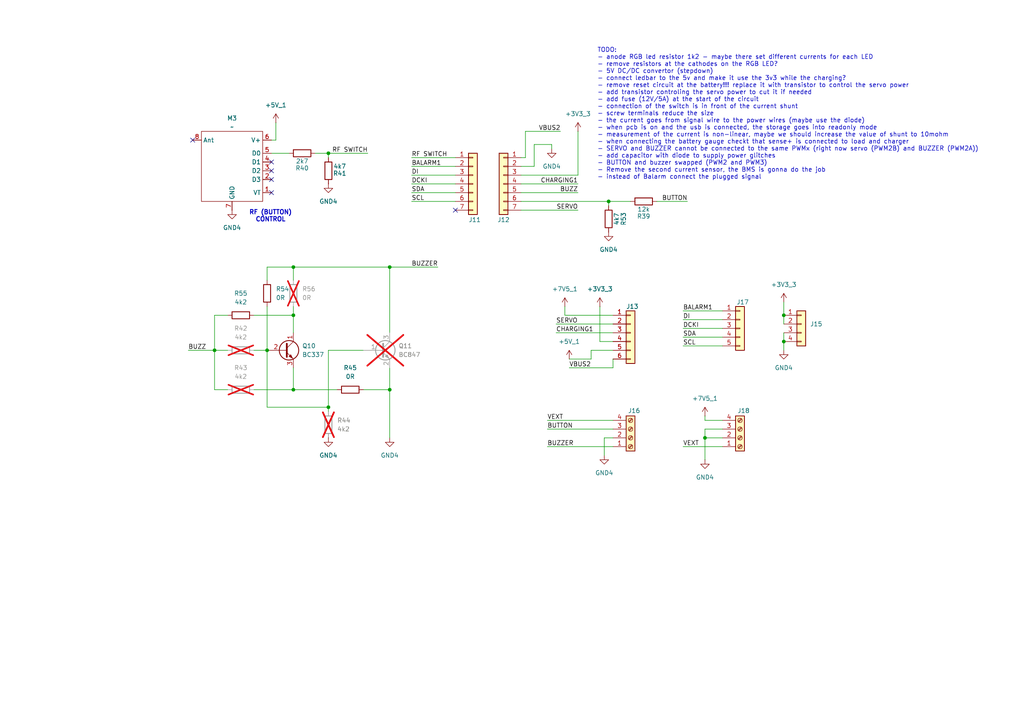
<source format=kicad_sch>
(kicad_sch (version 20250114) (generator "eeschema") (generator_version "9.0")
  (paper "A4")
  (lib_symbols
    (symbol "Connector:Screw_Terminal_01x04" (pin_names (offset 1.016) (hide yes))
      (property "Reference" "J" (at 0 5.08 0))
      (property "Value" "Screw_Terminal_01x04" (at 0 -7.62 0))
      (symbol "Screw_Terminal_01x04_1_1"
        (rectangle (start -1.27 3.81) (end 1.27 -6.35) (stroke (width 0.254)) (fill (type background)))
        (polyline (pts (xy -0.5334 2.8702) (xy 0.3302 2.032)) (stroke (width 0.1524)))
        (polyline (pts (xy -0.5334 0.3302) (xy 0.3302 -0.508)) (stroke (width 0.1524)))
        (polyline (pts (xy -0.5334 -2.2098) (xy 0.3302 -3.048)) (stroke (width 0.1524)))
        (polyline (pts (xy -0.5334 -4.7498) (xy 0.3302 -5.588)) (stroke (width 0.1524)))
        (polyline (pts (xy -0.3556 3.048) (xy 0.508 2.2098)) (stroke (width 0.1524)))
        (polyline (pts (xy -0.3556 0.508) (xy 0.508 -0.3302)) (stroke (width 0.1524)))
        (polyline (pts (xy -0.3556 -2.032) (xy 0.508 -2.8702)) (stroke (width 0.1524)))
        (polyline (pts (xy -0.3556 -4.572) (xy 0.508 -5.4102)) (stroke (width 0.1524)))
        (circle (center 0 2.54) (radius 0.635) (stroke (width 0.1524)))
        (circle (center 0 0) (radius 0.635) (stroke (width 0.1524)))
        (circle (center 0 -2.54) (radius 0.635) (stroke (width 0.1524)))
        (circle (center 0 -5.08) (radius 0.635) (stroke (width 0.1524)))
        (pin passive line (at -5.08 2.54 0) (length 3.81) (name "Pin_1") (number "1"))
        (pin passive line (at -5.08 0 0) (length 3.81) (name "Pin_2") (number "2"))
        (pin passive line (at -5.08 -2.54 0) (length 3.81) (name "Pin_3") (number "3"))
        (pin passive line (at -5.08 -5.08 0) (length 3.81) (name "Pin_4") (number "4"))
      )
    )
    (symbol "Connector_Generic:Conn_01x04" (pin_names (offset 1.016) (hide yes))
      (property "Reference" "J" (at 0 5.08 0))
      (property "Value" "Conn_01x04" (at 0 -7.62 0))
      (symbol "Conn_01x04_1_1"
        (rectangle (start -1.27 3.81) (end 1.27 -6.35) (stroke (width 0.254)) (fill (type background)))
        (rectangle (start -1.27 2.667) (end 0 2.413) (stroke (width 0.1524)))
        (rectangle (start -1.27 0.127) (end 0 -0.127) (stroke (width 0.1524)))
        (rectangle (start -1.27 -2.413) (end 0 -2.667) (stroke (width 0.1524)))
        (rectangle (start -1.27 -4.953) (end 0 -5.207) (stroke (width 0.1524)))
        (pin passive line (at -5.08 2.54 0) (length 3.81) (name "Pin_1") (number "1"))
        (pin passive line (at -5.08 0 0) (length 3.81) (name "Pin_2") (number "2"))
        (pin passive line (at -5.08 -2.54 0) (length 3.81) (name "Pin_3") (number "3"))
        (pin passive line (at -5.08 -5.08 0) (length 3.81) (name "Pin_4") (number "4"))
      )
    )
    (symbol "Connector_Generic:Conn_01x05" (pin_names (offset 1.016) (hide yes))
      (property "Reference" "J" (at 0 7.62 0))
      (property "Value" "Conn_01x05" (at 0 -7.62 0))
      (symbol "Conn_01x05_1_1"
        (rectangle (start -1.27 6.35) (end 1.27 -6.35) (stroke (width 0.254)) (fill (type background)))
        (rectangle (start -1.27 5.207) (end 0 4.953) (stroke (width 0.1524)))
        (rectangle (start -1.27 2.667) (end 0 2.413) (stroke (width 0.1524)))
        (rectangle (start -1.27 0.127) (end 0 -0.127) (stroke (width 0.1524)))
        (rectangle (start -1.27 -2.413) (end 0 -2.667) (stroke (width 0.1524)))
        (rectangle (start -1.27 -4.953) (end 0 -5.207) (stroke (width 0.1524)))
        (pin passive line (at -5.08 5.08 0) (length 3.81) (name "Pin_1") (number "1"))
        (pin passive line (at -5.08 2.54 0) (length 3.81) (name "Pin_2") (number "2"))
        (pin passive line (at -5.08 0 0) (length 3.81) (name "Pin_3") (number "3"))
        (pin passive line (at -5.08 -2.54 0) (length 3.81) (name "Pin_4") (number "4"))
        (pin passive line (at -5.08 -5.08 0) (length 3.81) (name "Pin_5") (number "5"))
      )
    )
    (symbol "Connector_Generic:Conn_01x06" (pin_names (offset 1.016) (hide yes))
      (property "Reference" "J" (at 0 7.62 0))
      (property "Value" "Conn_01x06" (at 0 -10.16 0))
      (symbol "Conn_01x06_1_1"
        (rectangle (start -1.27 6.35) (end 1.27 -8.89) (stroke (width 0.254)) (fill (type background)))
        (rectangle (start -1.27 5.207) (end 0 4.953) (stroke (width 0.1524)))
        (rectangle (start -1.27 2.667) (end 0 2.413) (stroke (width 0.1524)))
        (rectangle (start -1.27 0.127) (end 0 -0.127) (stroke (width 0.1524)))
        (rectangle (start -1.27 -2.413) (end 0 -2.667) (stroke (width 0.1524)))
        (rectangle (start -1.27 -4.953) (end 0 -5.207) (stroke (width 0.1524)))
        (rectangle (start -1.27 -7.493) (end 0 -7.747) (stroke (width 0.1524)))
        (pin passive line (at -5.08 5.08 0) (length 3.81) (name "Pin_1") (number "1"))
        (pin passive line (at -5.08 2.54 0) (length 3.81) (name "Pin_2") (number "2"))
        (pin passive line (at -5.08 0 0) (length 3.81) (name "Pin_3") (number "3"))
        (pin passive line (at -5.08 -2.54 0) (length 3.81) (name "Pin_4") (number "4"))
        (pin passive line (at -5.08 -5.08 0) (length 3.81) (name "Pin_5") (number "5"))
        (pin passive line (at -5.08 -7.62 0) (length 3.81) (name "Pin_6") (number "6"))
      )
    )
    (symbol "Connector_Generic:Conn_01x07" (pin_names (offset 1.016) (hide yes))
      (property "Reference" "J" (at 0 10.16 0))
      (property "Value" "Conn_01x07" (at 0 -10.16 0))
      (symbol "Conn_01x07_1_1"
        (rectangle (start -1.27 8.89) (end 1.27 -8.89) (stroke (width 0.254)) (fill (type background)))
        (rectangle (start -1.27 7.747) (end 0 7.493) (stroke (width 0.1524)))
        (rectangle (start -1.27 5.207) (end 0 4.953) (stroke (width 0.1524)))
        (rectangle (start -1.27 2.667) (end 0 2.413) (stroke (width 0.1524)))
        (rectangle (start -1.27 0.127) (end 0 -0.127) (stroke (width 0.1524)))
        (rectangle (start -1.27 -2.413) (end 0 -2.667) (stroke (width 0.1524)))
        (rectangle (start -1.27 -4.953) (end 0 -5.207) (stroke (width 0.1524)))
        (rectangle (start -1.27 -7.493) (end 0 -7.747) (stroke (width 0.1524)))
        (pin passive line (at -5.08 7.62 0) (length 3.81) (name "Pin_1") (number "1"))
        (pin passive line (at -5.08 5.08 0) (length 3.81) (name "Pin_2") (number "2"))
        (pin passive line (at -5.08 2.54 0) (length 3.81) (name "Pin_3") (number "3"))
        (pin passive line (at -5.08 0 0) (length 3.81) (name "Pin_4") (number "4"))
        (pin passive line (at -5.08 -2.54 0) (length 3.81) (name "Pin_5") (number "5"))
        (pin passive line (at -5.08 -5.08 0) (length 3.81) (name "Pin_6") (number "6"))
        (pin passive line (at -5.08 -7.62 0) (length 3.81) (name "Pin_7") (number "7"))
      )
    )
    (symbol "Device:R" (pin_numbers (hide yes)) (pin_names (offset 0))
      (property "Reference" "R" (at 2.032 0 90))
      (property "Value" "R" (at 0 0 90))
      (symbol "R_0_1"
        (rectangle (start -1.016 -2.54) (end 1.016 2.54) (stroke (width 0.254)))
      )
      (symbol "R_1_1"
        (pin passive line (at 0 3.81 270) (length 1.27) (name "~") (number "1"))
        (pin passive line (at 0 -3.81 90) (length 1.27) (name "~") (number "2"))
      )
    )
    (symbol "RF_controller_1"
      (property "Reference" "M" (at 0 0 0))
      (symbol "RF_controller_1_0_1"
        (rectangle (start -8.89 10.16) (end 8.89 -10.16))
      )
      (symbol "RF_controller_1_1_1"
        (pin input line (at -11.43 7.62 0) (length 2.54) (name "Ant") (number "8"))
        (pin passive line (at 0 -12.7 90) (length 2.54) (name "GND") (number "7"))
        (pin passive line (at 11.43 7.62 180) (length 2.54) (name "V+") (number "6"))
        (pin passive line (at 11.43 3.81 180) (length 2.54) (name "D0") (number "5"))
        (pin passive line (at 11.43 1.27 180) (length 2.54) (name "D1") (number "4"))
        (pin passive line (at 11.43 -1.27 180) (length 2.54) (name "D2") (number "3"))
        (pin passive line (at 11.43 -3.81 180) (length 2.54) (name "D3") (number "2"))
        (pin passive line (at 11.43 -7.62 180) (length 2.54) (name "VT") (number "1"))
      )
    )
    (symbol "Transistor_BJT:BC337" (pin_names (offset 0) (hide yes))
      (property "Reference" "Q" (at 5.08 1.905 0))
      (property "Value" "BC337" (at 5.08 0 0))
      (symbol "BC337_0_1"
        (polyline (pts (xy 0 0) (xy 0.635 0)))
        (polyline (pts (xy 0.635 1.905) (xy 0.635 -1.905) (xy 0.635 -1.905)) (stroke (width 0.508)))
        (polyline (pts (xy 0.635 0.635) (xy 2.54 2.54)))
        (polyline (pts (xy 0.635 -0.635) (xy 2.54 -2.54) (xy 2.54 -2.54)))
        (circle (center 1.27 0) (radius 2.8194) (stroke (width 0.254)))
        (polyline (pts (xy 1.27 -1.778) (xy 1.778 -1.27) (xy 2.286 -2.286) (xy 1.27 -1.778) (xy 1.27 -1.778)) (fill (type outline)))
      )
      (symbol "BC337_1_1"
        (pin input line (at -5.08 0 0) (length 5.08) (name "B") (number "2"))
        (pin passive line (at 2.54 5.08 270) (length 2.54) (name "C") (number "1"))
        (pin passive line (at 2.54 -5.08 90) (length 2.54) (name "E") (number "3"))
      )
    )
    (symbol "Transistor_BJT:BC847" (pin_names (offset 0) (hide yes))
      (property "Reference" "Q" (at 5.08 1.905 0))
      (property "Value" "BC847" (at 5.08 0 0))
      (symbol "BC847_0_1"
        (polyline (pts (xy 0.635 1.905) (xy 0.635 -1.905) (xy 0.635 -1.905)) (stroke (width 0.508)))
        (polyline (pts (xy 0.635 0.635) (xy 2.54 2.54)))
        (polyline (pts (xy 0.635 -0.635) (xy 2.54 -2.54) (xy 2.54 -2.54)))
        (circle (center 1.27 0) (radius 2.8194) (stroke (width 0.254)))
        (polyline (pts (xy 1.27 -1.778) (xy 1.778 -1.27) (xy 2.286 -2.286) (xy 1.27 -1.778) (xy 1.27 -1.778)) (fill (type outline)))
      )
      (symbol "BC847_1_1"
        (pin input line (at -5.08 0 0) (length 5.715) (name "B") (number "1"))
        (pin passive line (at 2.54 5.08 270) (length 2.54) (name "C") (number "3"))
        (pin passive line (at 2.54 -5.08 90) (length 2.54) (name "E") (number "2"))
      )
    )
    (symbol "power:+3V3" (power) (pin_numbers (hide yes)) (pin_names (offset 0) (hide yes))
      (property "Value" "+3V3" (at 0 3.556 0))
      (symbol "+3V3_0_1"
        (polyline (pts (xy -0.762 1.27) (xy 0 2.54)))
        (polyline (pts (xy 0 2.54) (xy 0.762 1.27)))
        (polyline (pts (xy 0 0) (xy 0 2.54)))
      )
      (symbol "+3V3_1_1"
        (pin power_in line (at 0 0 90) (length 0) (name "~") (number "1"))
      )
    )
    (symbol "power:+5V" (power) (pin_numbers (hide yes)) (pin_names (offset 0) (hide yes))
      (property "Value" "+5V" (at 0 3.556 0))
      (symbol "+5V_0_1"
        (polyline (pts (xy -0.762 1.27) (xy 0 2.54)))
        (polyline (pts (xy 0 2.54) (xy 0.762 1.27)))
        (polyline (pts (xy 0 0) (xy 0 2.54)))
      )
      (symbol "+5V_1_1"
        (pin power_in line (at 0 0 90) (length 0) (name "~") (number "1"))
      )
    )
    (symbol "power:GND" (power) (pin_numbers (hide yes)) (pin_names (offset 0) (hide yes))
      (property "Value" "GND" (at 0 -3.81 0))
      (symbol "GND_0_1"
        (polyline (pts (xy 0 0) (xy 0 -1.27) (xy 1.27 -1.27) (xy 0 -2.54) (xy -1.27 -1.27) (xy 0 -1.27)))
      )
      (symbol "GND_1_1"
        (pin power_in line (at 0 0 270) (length 0) (name "~") (number "1"))
      )
    )
  )
  (text "RF (BUTTON)\nCONTROL\n" (at 78.486 62.738 0) (effects (font (size 1.27 1.27) (thickness 0.254) (bold yes))))
  (text "TODO: \n- anode RGB led resistor 1k2 - maybe there set different currents for each LED\n- remove resistors at the cathodes on the RGB LED?\n- 5V DC/DC convertor (stepdown)\n- connect ledbar to the 5v and make it use the 3v3 while the charging?\n- remove reset circuit at the battery!!! replace it with transistor to control the servo power\n- add transistor controling the servo power to cut it if needed\n- add fuse (12V/5A) at the start of the circuit\n- connection of the switch is in front of the current shunt\n- screw terminals reduce the size\n- the current goes from signal wire to the power wires (maybe use the diode)\n- when pcb is on and the usb is connected, the storage goes into readonly mode\n- measurement of the current is non-linear, maybe we should increase the value of shunt to 10mohm\n- when connecting the battery gauge checkt that sense+ is connected to load and charger\n- SERVO and BUZZER cannot be connected to the same PWMx (right now servo (PWM2B) and BUZZER (PWM2A))\n- add capacitor with diode to supply power glitches\n- BUTTON and buzzer swapped (PWM2 and PWM3)\n- Remove the second current sensor, the BMS is gonna do the job\n- instead of Balarm connect the plugged signal\n" (at 173.228 33.02 0) (effects (font (size 1.27 1.27)) (justify left)))
  (junction (at 85.09 91.44))
  (junction (at 95.25 44.45))
  (junction (at 77.47 101.6))
  (junction (at 62.23 101.6))
  (junction (at 227.33 99.06))
  (junction (at 85.09 77.47))
  (junction (at 113.03 113.03))
  (junction (at 227.33 91.44))
  (junction (at 204.47 127))
  (junction (at 85.09 113.03))
  (junction (at 113.03 77.47))
  (junction (at 176.53 58.42))
  (junction (at 95.25 118.11))
  (no_connect (at 78.74 49.53))
  (no_connect (at 132.08 60.96))
  (no_connect (at 78.74 52.07))
  (no_connect (at 55.88 40.64))
  (no_connect (at 78.74 55.88))
  (no_connect (at 78.74 46.99))
  (wire (pts (xy 198.12 95.25) (xy 209.55 95.25)))
  (wire (pts (xy 171.45 104.14) (xy 171.45 101.6)))
  (wire (pts (xy 113.03 106.68) (xy 113.03 113.03)))
  (wire (pts (xy 158.75 124.46) (xy 177.8 124.46)))
  (wire (pts (xy 62.23 113.03) (xy 62.23 101.6)))
  (wire (pts (xy 176.53 58.42) (xy 176.53 59.69)))
  (wire (pts (xy 113.03 77.47) (xy 113.03 96.52)))
  (wire (pts (xy 113.03 77.47) (xy 127 77.47)))
  (wire (pts (xy 167.64 50.8) (xy 151.13 50.8)))
  (wire (pts (xy 95.25 101.6) (xy 95.25 118.11)))
  (wire (pts (xy 85.09 106.68) (xy 85.09 113.03)))
  (wire (pts (xy 151.13 55.88) (xy 167.64 55.88)))
  (wire (pts (xy 85.09 77.47) (xy 85.09 81.28)))
  (wire (pts (xy 80.01 35.56) (xy 80.01 40.64)))
  (wire (pts (xy 198.12 100.33) (xy 209.55 100.33)))
  (wire (pts (xy 161.29 96.52) (xy 177.8 96.52)))
  (wire (pts (xy 95.25 44.45) (xy 106.68 44.45)))
  (wire (pts (xy 119.38 53.34) (xy 132.08 53.34)))
  (wire (pts (xy 160.02 41.91) (xy 160.02 43.18)))
  (wire (pts (xy 173.99 88.9) (xy 173.99 99.06)))
  (wire (pts (xy 204.47 124.46) (xy 204.47 127)))
  (wire (pts (xy 204.47 127) (xy 209.55 127)))
  (wire (pts (xy 177.8 106.68) (xy 177.8 104.14)))
  (wire (pts (xy 77.47 118.11) (xy 77.47 101.6)))
  (wire (pts (xy 73.66 101.6) (xy 77.47 101.6)))
  (wire (pts (xy 119.38 58.42) (xy 132.08 58.42)))
  (wire (pts (xy 151.13 58.42) (xy 176.53 58.42)))
  (wire (pts (xy 54.61 101.6) (xy 62.23 101.6)))
  (wire (pts (xy 85.09 91.44) (xy 85.09 96.52)))
  (wire (pts (xy 163.83 91.44) (xy 177.8 91.44)))
  (wire (pts (xy 83.82 44.45) (xy 78.74 44.45)))
  (wire (pts (xy 165.1 106.68) (xy 177.8 106.68)))
  (wire (pts (xy 77.47 81.28) (xy 77.47 77.47)))
  (wire (pts (xy 152.4 45.72) (xy 151.13 45.72)))
  (wire (pts (xy 176.53 58.42) (xy 182.88 58.42)))
  (wire (pts (xy 73.66 113.03) (xy 85.09 113.03)))
  (wire (pts (xy 119.38 50.8) (xy 132.08 50.8)))
  (wire (pts (xy 198.12 97.79) (xy 209.55 97.79)))
  (wire (pts (xy 154.94 48.26) (xy 154.94 41.91)))
  (wire (pts (xy 119.38 55.88) (xy 132.08 55.88)))
  (wire (pts (xy 66.04 113.03) (xy 62.23 113.03)))
  (wire (pts (xy 173.99 99.06) (xy 177.8 99.06)))
  (wire (pts (xy 204.47 127) (xy 204.47 133.35)))
  (wire (pts (xy 151.13 60.96) (xy 167.64 60.96)))
  (wire (pts (xy 62.23 91.44) (xy 62.23 101.6)))
  (wire (pts (xy 80.01 40.64) (xy 78.74 40.64)))
  (wire (pts (xy 85.09 88.9) (xy 85.09 91.44)))
  (wire (pts (xy 151.13 48.26) (xy 154.94 48.26)))
  (wire (pts (xy 163.83 88.9) (xy 163.83 91.44)))
  (wire (pts (xy 85.09 113.03) (xy 97.79 113.03)))
  (wire (pts (xy 113.03 113.03) (xy 113.03 127)))
  (wire (pts (xy 158.75 129.54) (xy 177.8 129.54)))
  (wire (pts (xy 77.47 77.47) (xy 85.09 77.47)))
  (wire (pts (xy 154.94 41.91) (xy 160.02 41.91)))
  (wire (pts (xy 66.04 91.44) (xy 62.23 91.44)))
  (wire (pts (xy 152.4 38.1) (xy 152.4 45.72)))
  (wire (pts (xy 227.33 91.44) (xy 227.33 93.98)))
  (wire (pts (xy 175.26 127) (xy 177.8 127)))
  (wire (pts (xy 158.75 121.92) (xy 177.8 121.92)))
  (wire (pts (xy 105.41 113.03) (xy 113.03 113.03)))
  (wire (pts (xy 73.66 91.44) (xy 85.09 91.44)))
  (wire (pts (xy 227.33 99.06) (xy 227.33 101.6)))
  (wire (pts (xy 152.4 38.1) (xy 162.56 38.1)))
  (wire (pts (xy 85.09 77.47) (xy 113.03 77.47)))
  (wire (pts (xy 204.47 120.65) (xy 204.47 121.92)))
  (wire (pts (xy 227.33 96.52) (xy 227.33 99.06)))
  (wire (pts (xy 175.26 132.08) (xy 175.26 127)))
  (wire (pts (xy 198.12 129.54) (xy 209.55 129.54)))
  (wire (pts (xy 119.38 48.26) (xy 132.08 48.26)))
  (wire (pts (xy 119.38 45.72) (xy 132.08 45.72)))
  (wire (pts (xy 204.47 121.92) (xy 209.55 121.92)))
  (wire (pts (xy 167.64 38.1) (xy 167.64 50.8)))
  (wire (pts (xy 66.04 101.6) (xy 62.23 101.6)))
  (wire (pts (xy 209.55 124.46) (xy 204.47 124.46)))
  (wire (pts (xy 77.47 88.9) (xy 77.47 101.6)))
  (wire (pts (xy 95.25 45.72) (xy 95.25 44.45)))
  (wire (pts (xy 198.12 92.71) (xy 209.55 92.71)))
  (wire (pts (xy 95.25 44.45) (xy 91.44 44.45)))
  (wire (pts (xy 95.25 101.6) (xy 105.41 101.6)))
  (wire (pts (xy 190.5 58.42) (xy 199.39 58.42)))
  (wire (pts (xy 151.13 53.34) (xy 167.64 53.34)))
  (wire (pts (xy 198.12 90.17) (xy 209.55 90.17)))
  (wire (pts (xy 95.25 118.11) (xy 95.25 119.38)))
  (wire (pts (xy 165.1 104.14) (xy 171.45 104.14)))
  (wire (pts (xy 77.47 118.11) (xy 95.25 118.11)))
  (wire (pts (xy 171.45 101.6) (xy 177.8 101.6)))
  (wire (pts (xy 161.29 93.98) (xy 177.8 93.98)))
  (wire (pts (xy 227.33 87.63) (xy 227.33 91.44)))
  (label "BUTTON" (at 158.75 124.46 0))
  (label "SCL" (at 198.12 100.33 0))
  (label "RF SWITCH" (at 119.38 45.72 0))
  (label "BUZZER" (at 158.75 129.54 0))
  (label "CHARGING1" (at 167.64 53.34 180))
  (label "CHARGING1" (at 161.29 96.52 0))
  (label "BALARM1" (at 119.38 48.26 0))
  (label "SERVO" (at 167.64 60.96 180))
  (label "VEXT" (at 198.12 129.54 0))
  (label "VEXT" (at 158.75 121.92 0))
  (label "VBUS2" (at 165.1 106.68 0))
  (label "SDA" (at 198.12 97.79 0))
  (label "RF SWITCH" (at 106.68 44.45 180))
  (label "DI" (at 198.12 92.71 0))
  (label "BUZZ" (at 54.61 101.6 0))
  (label "DI" (at 119.38 50.8 0))
  (label "DCKI" (at 198.12 95.25 0))
  (label "SDA" (at 119.38 55.88 0))
  (label "SERVO" (at 161.29 93.98 0))
  (label "DCKI" (at 119.38 53.34 0))
  (label "BUZZ" (at 167.64 55.88 180))
  (label "SCL" (at 119.38 58.42 0))
  (label "BALARM1" (at 198.12 90.17 0))
  (label "BUTTON" (at 199.39 58.42 180))
  (label "VBUS2" (at 162.56 38.1 180))
  (label "BUZZER" (at 127 77.47 180))
  (symbol (lib_id "power:+3V3") (at 163.83 88.9 0) (unit 1)
    (property "Reference" "#PWR060" (effects (hide yes)))
    (property "Value" "+7V5_1" (at 163.83 83.82 0))
    (property "Description" "Power symbol creates a global label with name \"+3V3\"" (effects (hide yes)))
  )
  (symbol (lib_id "power:GND") (at 175.26 132.08 0) (unit 1)
    (property "Reference" "#PWR056" (effects (hide yes)))
    (property "Value" "GND4" (at 175.26 137.16 0))
    (property "Description" "Power symbol creates a global label with name \"GND\" , ground" (effects (hide yes)))
  )
  (symbol (lib_id "Device:R") (at 69.85 113.03 90) (unit 1) (dnp yes)
    (property "Reference" "R43" (at 69.85 106.68 90))
    (property "Value" "4k2" (at 69.85 109.22 90))
    (property "Footprint" "Resistor_SMD:R_0805_2012Metric_Pad1.20x1.40mm_HandSolder" (effects (hide yes)))
    (property "Description" "Resistor" (effects (hide yes)))
  )
  (symbol (lib_id "Connector_Generic:Conn_01x06") (at 182.88 96.52 0) (unit 1)
    (property "Reference" "J13" (at 181.61 88.9 0) (effects (justify left)))
    (property "Value" "Conn_01x06" (effects (hide yes)))
    (property "Footprint" "Connector_PinHeader_2.54mm:PinHeader_1x06_P2.54mm_Vertical_SMD_Pin1Left" (effects (hide yes)))
    (property "Description" "Generic connector, single row, 01x06, script generated (kicad-library-utils/schlib/autogen/connector/)" (effects (hide yes)))
  )
  (symbol (lib_id "Device:R") (at 186.69 58.42 270) (mirror x) (unit 1)
    (property "Reference" "R39" (at 186.69 62.738 90))
    (property "Value" "12k" (at 186.69 60.706 90))
    (property "Footprint" "Resistor_SMD:R_0805_2012Metric_Pad1.20x1.40mm_HandSolder" (effects (hide yes)))
    (property "Description" "Resistor" (effects (hide yes)))
  )
  (symbol (lib_id "power:GND") (at 204.47 133.35 0) (unit 1)
    (property "Reference" "#PWR054" (effects (hide yes)))
    (property "Value" "GND4" (at 204.47 138.43 0))
    (property "Description" "Power symbol creates a global label with name \"GND\" , ground" (effects (hide yes)))
  )
  (symbol (lib_id "Connector:Screw_Terminal_01x04") (at 214.63 127 0) (mirror x) (unit 1)
    (property "Reference" "J18" (at 213.868 119.126 0) (effects (justify left)))
    (property "Value" "Screw_Terminal_01x04" (effects (hide yes)))
    (property "Footprint" "TerminalBlock_Phoenix:TerminalBlock_Phoenix_MPT-0,5-4-2.54_1x04_P2.54mm_Horizontal" (effects (hide yes)))
    (property "Description" "Generic screw terminal, single row, 01x04, script generated (kicad-library-utils/schlib/autogen/connector/)" (effects (hide yes)))
  )
  (symbol (lib_id "power:GND") (at 67.31 60.96 0) (unit 1)
    (property "Reference" "#PWR040" (effects (hide yes)))
    (property "Value" "GND4" (at 67.31 66.04 0))
    (property "Description" "Power symbol creates a global label with name \"GND\" , ground" (effects (hide yes)))
  )
  (symbol (lib_id "Device:R") (at 95.25 49.53 0) (mirror x) (unit 1)
    (property "Reference" "R41" (at 98.552 50.292 0))
    (property "Value" "4k7" (at 98.552 48.26 0))
    (property "Footprint" "Resistor_SMD:R_0805_2012Metric_Pad1.20x1.40mm_HandSolder" (effects (hide yes)))
    (property "Description" "Resistor" (effects (hide yes)))
  )
  (symbol (lib_id "Connector_Generic:Conn_01x07") (at 146.05 53.34 0) (mirror y) (unit 1)
    (property "Reference" "J12" (at 146.05 63.754 0))
    (property "Value" "Conn_01x07" (effects (hide yes)))
    (property "Footprint" "Connector_PinSocket_2.54mm:PinSocket_1x07_P2.54mm_Vertical_SMD_Pin1Left" (effects (hide yes)))
    (property "Description" "Generic connector, single row, 01x07, script generated (kicad-library-utils/schlib/autogen/connector/)" (effects (hide yes)))
  )
  (symbol (lib_id "power:GND") (at 95.25 53.34 0) (unit 1)
    (property "Reference" "#PWR042" (effects (hide yes)))
    (property "Value" "GND4" (at 95.25 58.42 0))
    (property "Description" "Power symbol creates a global label with name \"GND\" , ground" (effects (hide yes)))
  )
  (symbol (lib_id "Connector_Generic:Conn_01x04") (at 232.41 93.98 0) (unit 1)
    (property "Reference" "J15" (at 234.95 93.9799 0) (effects (justify left)))
    (property "Value" "Conn_01x04" (effects (hide yes)))
    (property "Footprint" "Connector_PinHeader_2.54mm:PinHeader_1x04_P2.54mm_Vertical_SMD_Pin1Left" (effects (hide yes)))
    (property "Description" "Generic connector, single row, 01x04, script generated (kicad-library-utils/schlib/autogen/connector/)" (effects (hide yes)))
  )
  (symbol (lib_id "Device:R") (at 95.25 123.19 180) (unit 1) (dnp yes)
    (property "Reference" "R44" (at 97.79 121.9199 0) (effects (justify right)))
    (property "Value" "4k2" (at 97.79 124.4599 0) (effects (justify right)))
    (property "Footprint" "Resistor_SMD:R_0805_2012Metric_Pad1.20x1.40mm_HandSolder" (effects (hide yes)))
    (property "Description" "Resistor" (effects (hide yes)))
  )
  (symbol (lib_id "power:+3V3") (at 204.47 120.65 0) (unit 1)
    (property "Reference" "#PWR059" (effects (hide yes)))
    (property "Value" "+7V5_1" (at 204.47 115.57 0))
    (property "Description" "Power symbol creates a global label with name \"+3V3\"" (effects (hide yes)))
  )
  (symbol (lib_id "Connector_Generic:Conn_01x07") (at 137.16 53.34 0) (unit 1)
    (property "Reference" "J11" (at 135.89 63.754 0) (effects (justify left)))
    (property "Value" "Conn_01x07" (effects (hide yes)))
    (property "Footprint" "Connector_PinSocket_2.54mm:PinSocket_1x07_P2.54mm_Vertical_SMD_Pin1Left" (effects (hide yes)))
    (property "Description" "Generic connector, single row, 01x07, script generated (kicad-library-utils/schlib/autogen/connector/)" (effects (hide yes)))
  )
  (symbol (lib_id "power:+5V") (at 165.1 104.14 0) (unit 1)
    (property "Reference" "#PWR053" (effects (hide yes)))
    (property "Value" "+5V_1" (at 165.1 99.06 0))
    (property "Description" "Power symbol creates a global label with name \"+5V\"" (effects (hide yes)))
  )
  (symbol (lib_id "Device:R") (at 87.63 44.45 270) (mirror x) (unit 1)
    (property "Reference" "R40" (at 87.63 48.768 90))
    (property "Value" "2k7" (at 87.63 46.736 90))
    (property "Footprint" "Resistor_SMD:R_0805_2012Metric_Pad1.20x1.40mm_HandSolder" (effects (hide yes)))
    (property "Description" "Resistor" (effects (hide yes)))
  )
  (symbol (lib_id "Device:R") (at 176.53 63.5 0) (mirror y) (unit 1)
    (property "Reference" "R53" (at 180.848 63.5 90))
    (property "Value" "4k7" (at 178.816 63.5 90))
    (property "Footprint" "Resistor_SMD:R_0805_2012Metric_Pad1.20x1.40mm_HandSolder" (effects (hide yes)))
    (property "Description" "Resistor" (effects (hide yes)))
  )
  (symbol (lib_id "power:+5V") (at 80.01 35.56 0) (unit 1)
    (property "Reference" "#PWR041" (effects (hide yes)))
    (property "Value" "+5V_1" (at 80.01 30.48 0))
    (property "Description" "Power symbol creates a global label with name \"+5V\"" (effects (hide yes)))
  )
  (symbol (lib_id "power:+3V3") (at 167.64 38.1 0) (unit 1)
    (property "Reference" "#PWR046" (effects (hide yes)))
    (property "Value" "+3V3_3" (at 167.64 33.02 0))
    (property "Description" "Power symbol creates a global label with name \"+3V3\"" (effects (hide yes)))
  )
  (symbol (lib_id "Device:R") (at 101.6 113.03 270) (unit 1)
    (property "Reference" "R45" (at 101.6 106.68 90))
    (property "Value" "0R" (at 101.6 109.22 90))
    (property "Footprint" "Resistor_SMD:R_0805_2012Metric_Pad1.20x1.40mm_HandSolder" (effects (hide yes)))
    (property "Description" "Resistor" (effects (hide yes)))
  )
  (symbol (lib_id "Device:R") (at 69.85 101.6 90) (unit 1) (dnp yes)
    (property "Reference" "R42" (at 69.85 95.25 90))
    (property "Value" "4k2" (at 69.85 97.79 90))
    (property "Footprint" "Resistor_SMD:R_0805_2012Metric_Pad1.20x1.40mm_HandSolder" (effects (hide yes)))
    (property "Description" "Resistor" (effects (hide yes)))
  )
  (symbol (lib_id "Transistor_BJT:BC847") (at 110.49 101.6 0) (unit 1) (dnp yes)
    (property "Reference" "Q11" (at 115.57 100.3299 0) (effects (justify left)))
    (property "Value" "BC847" (at 115.57 102.8699 0) (effects (justify left)))
    (property "Footprint" "Package_TO_SOT_SMD:SOT-23" (effects (hide yes)))
    (property "Datasheet" "http://www.infineon.com/dgdl/Infineon-BC847SERIES_BC848SERIES_BC849SERIES_BC850SERIES-DS-v01_01-en.pdf?fileId=db3a304314dca389011541d4630a1657" (effects (hide yes)))
    (property "Description" "0.1A Ic, 45V Vce, NPN Transistor, SOT-23" (effects (hide yes)))
  )
  (symbol (lib_id "Device:R") (at 85.09 85.09 180) (unit 1) (dnp yes)
    (property "Reference" "R56" (at 87.63 83.8199 0) (effects (justify right)))
    (property "Value" "0R" (at 87.63 86.3599 0) (effects (justify right)))
    (property "Footprint" "Resistor_SMD:R_0805_2012Metric_Pad1.20x1.40mm_HandSolder" (effects (hide yes)))
    (property "Description" "Resistor" (effects (hide yes)))
  )
  (symbol (lib_id "power:GND") (at 227.33 101.6 0) (unit 1)
    (property "Reference" "#PWR057" (effects (hide yes)))
    (property "Value" "GND4" (at 227.33 106.68 0))
    (property "Description" "Power symbol creates a global label with name \"GND\" , ground" (effects (hide yes)))
  )
  (symbol (lib_id "power:GND") (at 176.53 67.31 0) (unit 1)
    (property "Reference" "#PWR055" (effects (hide yes)))
    (property "Value" "GND4" (at 176.53 72.39 0))
    (property "Description" "Power symbol creates a global label with name \"GND\" , ground" (effects (hide yes)))
  )
  (symbol (lib_id "Device:R") (at 77.47 85.09 180) (unit 1)
    (property "Reference" "R54" (at 80.01 83.8199 0) (effects (justify right)))
    (property "Value" "0R" (at 80.01 86.3599 0) (effects (justify right)))
    (property "Footprint" "Resistor_SMD:R_0805_2012Metric_Pad1.20x1.40mm_HandSolder" (effects (hide yes)))
    (property "Description" "Resistor" (effects (hide yes)))
  )
  (symbol (lib_id "Transistor_BJT:BC337") (at 82.55 101.6 0) (unit 1)
    (property "Reference" "Q10" (at 87.63 100.3299 0) (effects (justify left)))
    (property "Value" "BC337" (at 87.63 102.8699 0) (effects (justify left)))
    (property "Footprint" "Package_TO_SOT_THT:TO-92_Inline" (effects (hide yes)))
    (property "Datasheet" "https://diotec.com/tl_files/diotec/files/pdf/datasheets/bc337.pdf" (effects (hide yes)))
    (property "Description" "0.8A Ic, 45V Vce, NPN Transistor, TO-92" (effects (hide yes)))
  )
  (symbol (lib_id "power:+3V3") (at 173.99 88.9 0) (unit 1)
    (property "Reference" "#PWR062" (effects (hide yes)))
    (property "Value" "+3V3_3" (at 173.99 83.82 0))
    (property "Description" "Power symbol creates a global label with name \"+3V3\"" (effects (hide yes)))
  )
  (symbol (lib_id "power:GND") (at 160.02 43.18 0) (unit 1)
    (property "Reference" "#PWR045" (effects (hide yes)))
    (property "Value" "GND4" (at 160.02 48.26 0))
    (property "Description" "Power symbol creates a global label with name \"GND\" , ground" (effects (hide yes)))
  )
  (symbol (lib_id "power:GND") (at 113.03 127 0) (unit 1)
    (property "Reference" "#PWR044" (effects (hide yes)))
    (property "Value" "GND4" (at 113.03 132.08 0))
    (property "Description" "Power symbol creates a global label with name \"GND\" , ground" (effects (hide yes)))
  )
  (symbol (lib_id "Device:R") (at 69.85 91.44 270) (unit 1)
    (property "Reference" "R55" (at 69.85 85.09 90))
    (property "Value" "4k2" (at 69.85 87.63 90))
    (property "Footprint" "Resistor_SMD:R_0805_2012Metric_Pad1.20x1.40mm_HandSolder" (effects (hide yes)))
    (property "Description" "Resistor" (effects (hide yes)))
  )
  (symbol (lib_id "power:+3V3") (at 227.33 87.63 0) (unit 1)
    (property "Reference" "#PWR050" (effects (hide yes)))
    (property "Value" "+3V3_3" (at 227.33 82.55 0))
    (property "Description" "Power symbol creates a global label with name \"+3V3\"" (effects (hide yes)))
  )
  (symbol (lib_id "Connector:Screw_Terminal_01x04") (at 182.88 127 0) (mirror x) (unit 1)
    (property "Reference" "J16" (at 182.118 119.126 0) (effects (justify left)))
    (property "Value" "Screw_Terminal_01x04" (effects (hide yes)))
    (property "Footprint" "TerminalBlock_Phoenix:TerminalBlock_Phoenix_MPT-0,5-4-2.54_1x04_P2.54mm_Horizontal" (effects (hide yes)))
    (property "Description" "Generic screw terminal, single row, 01x04, script generated (kicad-library-utils/schlib/autogen/connector/)" (effects (hide yes)))
  )
  (symbol (lib_id "Connector_Generic:Conn_01x05") (at 214.63 95.25 0) (unit 1)
    (property "Reference" "J17" (at 213.614 87.63 0) (effects (justify left)))
    (property "Value" "Conn_01x05" (effects (hide yes)))
    (property "Footprint" "Connector_PinHeader_2.54mm:PinHeader_1x05_P2.54mm_Vertical_SMD_Pin1Left" (effects (hide yes)))
    (property "Description" "Generic connector, single row, 01x05, script generated (kicad-library-utils/schlib/autogen/connector/)" (effects (hide yes)))
  )
  (symbol (lib_name "RF_controller_1") (lib_id "chinese_modules:RF_controller") (at 67.31 48.26 0) (unit 1)
    (property "Reference" "M3" (at 67.31 34.29 0))
    (property "Value" "~" (at 67.31 36.83 0))
    (property "Footprint" "chinese_modules:RF_controller" (effects (hide yes)))
  )
  (symbol (lib_id "power:GND") (at 95.25 127 0) (unit 1)
    (property "Reference" "#PWR043" (effects (hide yes)))
    (property "Value" "GND4" (at 95.25 132.08 0))
    (property "Description" "Power symbol creates a global label with name \"GND\" , ground" (effects (hide yes)))
  )
)
</source>
